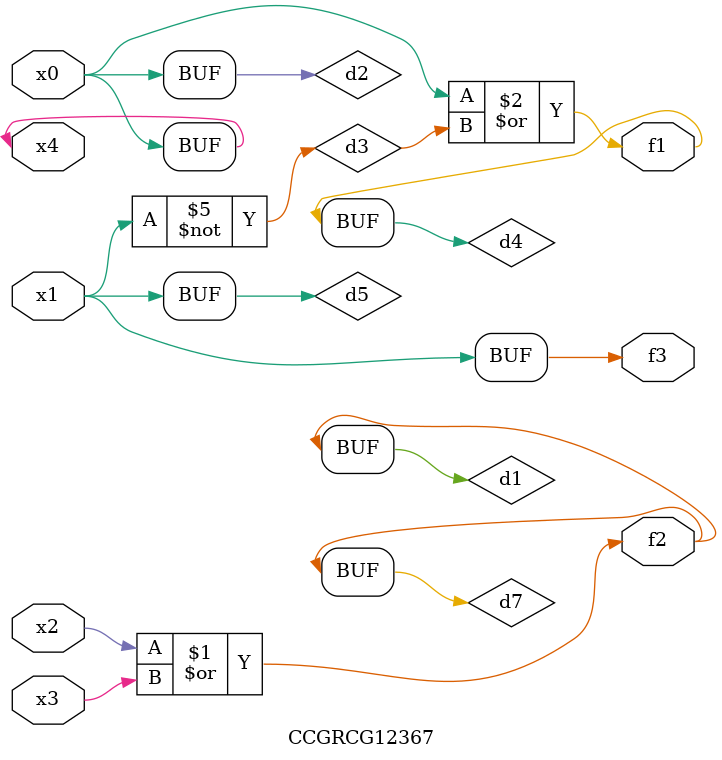
<source format=v>
module CCGRCG12367(
	input x0, x1, x2, x3, x4,
	output f1, f2, f3
);

	wire d1, d2, d3, d4, d5, d6, d7;

	or (d1, x2, x3);
	buf (d2, x0, x4);
	not (d3, x1);
	or (d4, d2, d3);
	not (d5, d3);
	nand (d6, d1, d3);
	or (d7, d1);
	assign f1 = d4;
	assign f2 = d7;
	assign f3 = d5;
endmodule

</source>
